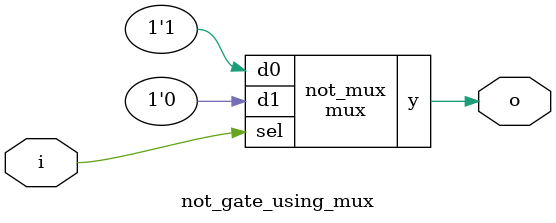
<source format=sv>

module mux
(
  input  d0, d1,
  input  sel,
  output y
);

  assign y = sel ? d1 : d0;

endmodule

//----------------------------------------------------------------------------
// Task
//----------------------------------------------------------------------------

module not_gate_using_mux
(
    input  i,
    output o
);

  // Task:
  // Implement not gate using instance(s) of mux,
  // constants 0 and 1, and wire connections

  mux not_mux (
    .d0(1'b1),
    .d1(1'b0),
    .sel(i),
    .y(o)
  );

endmodule

</source>
